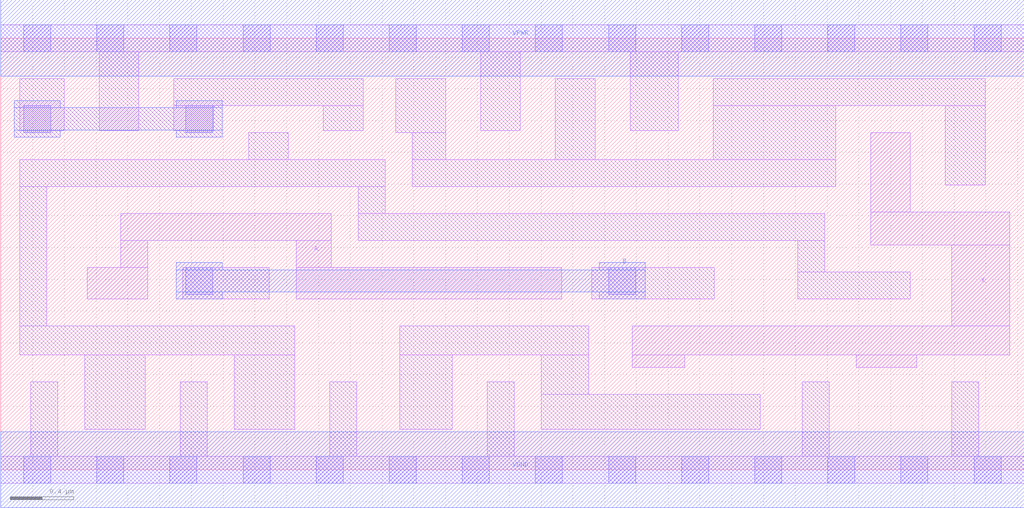
<source format=lef>
# Copyright 2020 The SkyWater PDK Authors
#
# Licensed under the Apache License, Version 2.0 (the "License");
# you may not use this file except in compliance with the License.
# You may obtain a copy of the License at
#
#     https://www.apache.org/licenses/LICENSE-2.0
#
# Unless required by applicable law or agreed to in writing, software
# distributed under the License is distributed on an "AS IS" BASIS,
# WITHOUT WARRANTIES OR CONDITIONS OF ANY KIND, either express or implied.
# See the License for the specific language governing permissions and
# limitations under the License.
#
# SPDX-License-Identifier: Apache-2.0

VERSION 5.7 ;
BUSBITCHARS "[]" ;
DIVIDERCHAR "/" ;
PROPERTYDEFINITIONS
  MACRO maskLayoutSubType STRING ;
  MACRO prCellType STRING ;
  MACRO originalViewName STRING ;
END PROPERTYDEFINITIONS
MACRO sky130_fd_sc_hdll__xor2_2
  ORIGIN  0.000000  0.000000 ;
  CLASS CORE ;
  SYMMETRY X Y R90 ;
  SIZE  6.440000 BY  2.720000 ;
  SITE unithd ;
  PIN A
    ANTENNAGATEAREA  1.110000 ;
    DIRECTION INPUT ;
    USE SIGNAL ;
    PORT
      LAYER li1 ;
        RECT 0.545000 1.075000 0.925000 1.275000 ;
        RECT 0.755000 1.275000 0.925000 1.445000 ;
        RECT 0.755000 1.445000 2.080000 1.615000 ;
        RECT 1.860000 1.075000 3.530000 1.275000 ;
        RECT 1.860000 1.275000 2.080000 1.445000 ;
    END
  END A
  PIN B
    ANTENNAGATEAREA  0.555000 ;
    DIRECTION INPUT ;
    USE SIGNAL ;
    PORT
      LAYER met1 ;
        RECT 1.105000 1.075000 1.395000 1.120000 ;
        RECT 1.105000 1.120000 4.055000 1.260000 ;
        RECT 1.105000 1.260000 1.395000 1.305000 ;
        RECT 3.765000 1.075000 4.055000 1.120000 ;
        RECT 3.765000 1.260000 4.055000 1.305000 ;
    END
  END B
  PIN X
    ANTENNADIFFAREA  0.806800 ;
    DIRECTION OUTPUT ;
    USE SIGNAL ;
    PORT
      LAYER li1 ;
        RECT 3.975000 0.645000 4.305000 0.725000 ;
        RECT 3.975000 0.725000 6.350000 0.905000 ;
        RECT 5.385000 0.645000 5.765000 0.725000 ;
        RECT 5.475000 1.415000 6.350000 1.625000 ;
        RECT 5.475000 1.625000 5.725000 2.125000 ;
        RECT 5.985000 0.905000 6.350000 1.415000 ;
    END
  END X
  PIN VGND
    DIRECTION INOUT ;
    USE GROUND ;
    PORT
      LAYER met1 ;
        RECT 0.000000 -0.240000 6.440000 0.240000 ;
    END
  END VGND
  PIN VNB
    DIRECTION INOUT ;
    USE GROUND ;
    PORT
    END
  END VNB
  PIN VPB
    DIRECTION INOUT ;
    USE POWER ;
    PORT
    END
  END VPB
  PIN VPWR
    DIRECTION INOUT ;
    USE POWER ;
    PORT
      LAYER met1 ;
        RECT 0.000000 2.480000 6.440000 2.960000 ;
    END
  END VPWR
  OBS
    LAYER li1 ;
      RECT 0.000000 -0.085000 6.440000 0.085000 ;
      RECT 0.000000  2.635000 6.440000 2.805000 ;
      RECT 0.120000  0.725000 1.850000 0.905000 ;
      RECT 0.120000  0.905000 0.290000 1.785000 ;
      RECT 0.120000  1.785000 2.420000 1.955000 ;
      RECT 0.120000  2.135000 0.400000 2.465000 ;
      RECT 0.145000  2.125000 0.315000 2.135000 ;
      RECT 0.190000  0.085000 0.360000 0.555000 ;
      RECT 0.530000  0.255000 0.910000 0.725000 ;
      RECT 0.620000  2.135000 0.870000 2.635000 ;
      RECT 1.090000  2.135000 1.340000 2.295000 ;
      RECT 1.090000  2.295000 2.280000 2.465000 ;
      RECT 1.130000  0.085000 1.300000 0.555000 ;
      RECT 1.145000  1.075000 1.690000 1.275000 ;
      RECT 1.165000  2.125000 1.335000 2.135000 ;
      RECT 1.470000  0.255000 1.850000 0.725000 ;
      RECT 1.560000  1.955000 1.810000 2.125000 ;
      RECT 2.030000  2.135000 2.280000 2.295000 ;
      RECT 2.070000  0.085000 2.240000 0.555000 ;
      RECT 2.250000  1.445000 5.185000 1.615000 ;
      RECT 2.250000  1.615000 2.420000 1.785000 ;
      RECT 2.485000  2.125000 2.800000 2.465000 ;
      RECT 2.510000  0.255000 2.840000 0.725000 ;
      RECT 2.510000  0.725000 3.700000 0.905000 ;
      RECT 2.590000  1.785000 5.255000 1.955000 ;
      RECT 2.590000  1.955000 2.800000 2.125000 ;
      RECT 3.020000  2.135000 3.270000 2.635000 ;
      RECT 3.060000  0.085000 3.230000 0.555000 ;
      RECT 3.400000  0.255000 4.780000 0.475000 ;
      RECT 3.400000  0.475000 3.700000 0.725000 ;
      RECT 3.490000  1.955000 3.740000 2.465000 ;
      RECT 3.720000  1.075000 4.490000 1.275000 ;
      RECT 3.960000  2.135000 4.265000 2.635000 ;
      RECT 4.485000  1.955000 5.255000 2.295000 ;
      RECT 4.485000  2.295000 6.195000 2.465000 ;
      RECT 5.015000  1.075000 5.725000 1.245000 ;
      RECT 5.015000  1.245000 5.185000 1.445000 ;
      RECT 5.045000  0.085000 5.215000 0.555000 ;
      RECT 5.945000  1.795000 6.195000 2.295000 ;
      RECT 5.985000  0.085000 6.155000 0.555000 ;
    LAYER mcon ;
      RECT 0.145000 -0.085000 0.315000 0.085000 ;
      RECT 0.145000  2.125000 0.315000 2.295000 ;
      RECT 0.145000  2.635000 0.315000 2.805000 ;
      RECT 0.605000 -0.085000 0.775000 0.085000 ;
      RECT 0.605000  2.635000 0.775000 2.805000 ;
      RECT 1.065000 -0.085000 1.235000 0.085000 ;
      RECT 1.065000  2.635000 1.235000 2.805000 ;
      RECT 1.165000  1.105000 1.335000 1.275000 ;
      RECT 1.165000  2.125000 1.335000 2.295000 ;
      RECT 1.525000 -0.085000 1.695000 0.085000 ;
      RECT 1.525000  2.635000 1.695000 2.805000 ;
      RECT 1.985000 -0.085000 2.155000 0.085000 ;
      RECT 1.985000  2.635000 2.155000 2.805000 ;
      RECT 2.445000 -0.085000 2.615000 0.085000 ;
      RECT 2.445000  2.635000 2.615000 2.805000 ;
      RECT 2.905000 -0.085000 3.075000 0.085000 ;
      RECT 2.905000  2.635000 3.075000 2.805000 ;
      RECT 3.365000 -0.085000 3.535000 0.085000 ;
      RECT 3.365000  2.635000 3.535000 2.805000 ;
      RECT 3.825000 -0.085000 3.995000 0.085000 ;
      RECT 3.825000  1.105000 3.995000 1.275000 ;
      RECT 3.825000  2.635000 3.995000 2.805000 ;
      RECT 4.285000 -0.085000 4.455000 0.085000 ;
      RECT 4.285000  2.635000 4.455000 2.805000 ;
      RECT 4.745000 -0.085000 4.915000 0.085000 ;
      RECT 4.745000  2.635000 4.915000 2.805000 ;
      RECT 5.205000 -0.085000 5.375000 0.085000 ;
      RECT 5.205000  2.635000 5.375000 2.805000 ;
      RECT 5.665000 -0.085000 5.835000 0.085000 ;
      RECT 5.665000  2.635000 5.835000 2.805000 ;
      RECT 6.125000 -0.085000 6.295000 0.085000 ;
      RECT 6.125000  2.635000 6.295000 2.805000 ;
    LAYER met1 ;
      RECT 0.085000 2.095000 0.375000 2.140000 ;
      RECT 0.085000 2.140000 1.395000 2.280000 ;
      RECT 0.085000 2.280000 0.375000 2.325000 ;
      RECT 1.105000 2.095000 1.395000 2.140000 ;
      RECT 1.105000 2.280000 1.395000 2.325000 ;
  END
  PROPERTY maskLayoutSubType "abstract" ;
  PROPERTY prCellType "standard" ;
  PROPERTY originalViewName "layout" ;
END sky130_fd_sc_hdll__xor2_2
END LIBRARY

</source>
